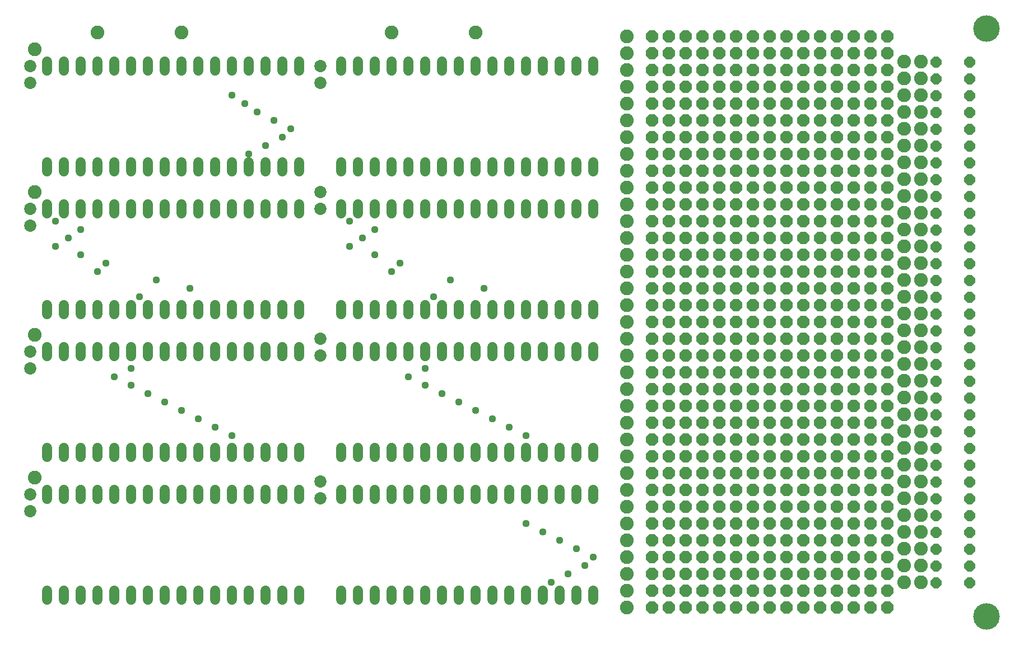
<source format=gbs>
G75*
%MOIN*%
%OFA0B0*%
%FSLAX24Y24*%
%IPPOS*%
%LPD*%
%AMOC8*
5,1,8,0,0,1.08239X$1,22.5*
%
%ADD10C,0.0600*%
%ADD11C,0.0730*%
%ADD12C,0.0820*%
%ADD13OC8,0.0640*%
%ADD14C,0.1582*%
%ADD15C,0.0437*%
%ADD16OC8,0.0730*%
D10*
X003440Y003295D02*
X003440Y003815D01*
X004440Y003815D02*
X004440Y003295D01*
X005440Y003295D02*
X005440Y003815D01*
X006440Y003815D02*
X006440Y003295D01*
X007440Y003295D02*
X007440Y003815D01*
X008440Y003815D02*
X008440Y003295D01*
X009440Y003295D02*
X009440Y003815D01*
X010440Y003815D02*
X010440Y003295D01*
X011440Y003295D02*
X011440Y003815D01*
X012440Y003815D02*
X012440Y003295D01*
X013440Y003295D02*
X013440Y003815D01*
X014440Y003815D02*
X014440Y003295D01*
X015440Y003295D02*
X015440Y003815D01*
X016440Y003815D02*
X016440Y003295D01*
X017440Y003295D02*
X017440Y003815D01*
X018440Y003815D02*
X018440Y003295D01*
X020940Y003295D02*
X020940Y003815D01*
X021940Y003815D02*
X021940Y003295D01*
X022940Y003295D02*
X022940Y003815D01*
X023940Y003815D02*
X023940Y003295D01*
X024940Y003295D02*
X024940Y003815D01*
X025940Y003815D02*
X025940Y003295D01*
X026940Y003295D02*
X026940Y003815D01*
X027940Y003815D02*
X027940Y003295D01*
X028940Y003295D02*
X028940Y003815D01*
X029940Y003815D02*
X029940Y003295D01*
X030940Y003295D02*
X030940Y003815D01*
X031940Y003815D02*
X031940Y003295D01*
X032940Y003295D02*
X032940Y003815D01*
X033940Y003815D02*
X033940Y003295D01*
X034940Y003295D02*
X034940Y003815D01*
X035940Y003815D02*
X035940Y003295D01*
X035940Y009295D02*
X035940Y009815D01*
X034940Y009815D02*
X034940Y009295D01*
X033940Y009295D02*
X033940Y009815D01*
X032940Y009815D02*
X032940Y009295D01*
X031940Y009295D02*
X031940Y009815D01*
X030940Y009815D02*
X030940Y009295D01*
X029940Y009295D02*
X029940Y009815D01*
X028940Y009815D02*
X028940Y009295D01*
X027940Y009295D02*
X027940Y009815D01*
X026940Y009815D02*
X026940Y009295D01*
X025940Y009295D02*
X025940Y009815D01*
X024940Y009815D02*
X024940Y009295D01*
X023940Y009295D02*
X023940Y009815D01*
X022940Y009815D02*
X022940Y009295D01*
X021940Y009295D02*
X021940Y009815D01*
X020940Y009815D02*
X020940Y009295D01*
X018440Y009295D02*
X018440Y009815D01*
X017440Y009815D02*
X017440Y009295D01*
X016440Y009295D02*
X016440Y009815D01*
X015440Y009815D02*
X015440Y009295D01*
X014440Y009295D02*
X014440Y009815D01*
X013440Y009815D02*
X013440Y009295D01*
X012440Y009295D02*
X012440Y009815D01*
X011440Y009815D02*
X011440Y009295D01*
X010440Y009295D02*
X010440Y009815D01*
X009440Y009815D02*
X009440Y009295D01*
X008440Y009295D02*
X008440Y009815D01*
X007440Y009815D02*
X007440Y009295D01*
X006440Y009295D02*
X006440Y009815D01*
X005440Y009815D02*
X005440Y009295D01*
X004440Y009295D02*
X004440Y009815D01*
X003440Y009815D02*
X003440Y009295D01*
X003440Y011795D02*
X003440Y012315D01*
X004440Y012315D02*
X004440Y011795D01*
X005440Y011795D02*
X005440Y012315D01*
X006440Y012315D02*
X006440Y011795D01*
X007440Y011795D02*
X007440Y012315D01*
X008440Y012315D02*
X008440Y011795D01*
X009440Y011795D02*
X009440Y012315D01*
X010440Y012315D02*
X010440Y011795D01*
X011440Y011795D02*
X011440Y012315D01*
X012440Y012315D02*
X012440Y011795D01*
X013440Y011795D02*
X013440Y012315D01*
X014440Y012315D02*
X014440Y011795D01*
X015440Y011795D02*
X015440Y012315D01*
X016440Y012315D02*
X016440Y011795D01*
X017440Y011795D02*
X017440Y012315D01*
X018440Y012315D02*
X018440Y011795D01*
X020940Y011795D02*
X020940Y012315D01*
X021940Y012315D02*
X021940Y011795D01*
X022940Y011795D02*
X022940Y012315D01*
X023940Y012315D02*
X023940Y011795D01*
X024940Y011795D02*
X024940Y012315D01*
X025940Y012315D02*
X025940Y011795D01*
X026940Y011795D02*
X026940Y012315D01*
X027940Y012315D02*
X027940Y011795D01*
X028940Y011795D02*
X028940Y012315D01*
X029940Y012315D02*
X029940Y011795D01*
X030940Y011795D02*
X030940Y012315D01*
X031940Y012315D02*
X031940Y011795D01*
X032940Y011795D02*
X032940Y012315D01*
X033940Y012315D02*
X033940Y011795D01*
X034940Y011795D02*
X034940Y012315D01*
X035940Y012315D02*
X035940Y011795D01*
X035940Y017795D02*
X035940Y018315D01*
X034940Y018315D02*
X034940Y017795D01*
X033940Y017795D02*
X033940Y018315D01*
X032940Y018315D02*
X032940Y017795D01*
X031940Y017795D02*
X031940Y018315D01*
X030940Y018315D02*
X030940Y017795D01*
X029940Y017795D02*
X029940Y018315D01*
X028940Y018315D02*
X028940Y017795D01*
X027940Y017795D02*
X027940Y018315D01*
X026940Y018315D02*
X026940Y017795D01*
X025940Y017795D02*
X025940Y018315D01*
X024940Y018315D02*
X024940Y017795D01*
X023940Y017795D02*
X023940Y018315D01*
X022940Y018315D02*
X022940Y017795D01*
X021940Y017795D02*
X021940Y018315D01*
X020940Y018315D02*
X020940Y017795D01*
X018440Y017795D02*
X018440Y018315D01*
X017440Y018315D02*
X017440Y017795D01*
X016440Y017795D02*
X016440Y018315D01*
X015440Y018315D02*
X015440Y017795D01*
X014440Y017795D02*
X014440Y018315D01*
X013440Y018315D02*
X013440Y017795D01*
X012440Y017795D02*
X012440Y018315D01*
X011440Y018315D02*
X011440Y017795D01*
X010440Y017795D02*
X010440Y018315D01*
X009440Y018315D02*
X009440Y017795D01*
X008440Y017795D02*
X008440Y018315D01*
X007440Y018315D02*
X007440Y017795D01*
X006440Y017795D02*
X006440Y018315D01*
X005440Y018315D02*
X005440Y017795D01*
X004440Y017795D02*
X004440Y018315D01*
X003440Y018315D02*
X003440Y017795D01*
X003440Y020295D02*
X003440Y020815D01*
X004440Y020815D02*
X004440Y020295D01*
X005440Y020295D02*
X005440Y020815D01*
X006440Y020815D02*
X006440Y020295D01*
X007440Y020295D02*
X007440Y020815D01*
X008440Y020815D02*
X008440Y020295D01*
X009440Y020295D02*
X009440Y020815D01*
X010440Y020815D02*
X010440Y020295D01*
X011440Y020295D02*
X011440Y020815D01*
X012440Y020815D02*
X012440Y020295D01*
X013440Y020295D02*
X013440Y020815D01*
X014440Y020815D02*
X014440Y020295D01*
X015440Y020295D02*
X015440Y020815D01*
X016440Y020815D02*
X016440Y020295D01*
X017440Y020295D02*
X017440Y020815D01*
X018440Y020815D02*
X018440Y020295D01*
X020940Y020295D02*
X020940Y020815D01*
X021940Y020815D02*
X021940Y020295D01*
X022940Y020295D02*
X022940Y020815D01*
X023940Y020815D02*
X023940Y020295D01*
X024940Y020295D02*
X024940Y020815D01*
X025940Y020815D02*
X025940Y020295D01*
X026940Y020295D02*
X026940Y020815D01*
X027940Y020815D02*
X027940Y020295D01*
X028940Y020295D02*
X028940Y020815D01*
X029940Y020815D02*
X029940Y020295D01*
X030940Y020295D02*
X030940Y020815D01*
X031940Y020815D02*
X031940Y020295D01*
X032940Y020295D02*
X032940Y020815D01*
X033940Y020815D02*
X033940Y020295D01*
X034940Y020295D02*
X034940Y020815D01*
X035940Y020815D02*
X035940Y020295D01*
X035940Y026295D02*
X035940Y026815D01*
X034940Y026815D02*
X034940Y026295D01*
X033940Y026295D02*
X033940Y026815D01*
X032940Y026815D02*
X032940Y026295D01*
X031940Y026295D02*
X031940Y026815D01*
X030940Y026815D02*
X030940Y026295D01*
X029940Y026295D02*
X029940Y026815D01*
X028940Y026815D02*
X028940Y026295D01*
X027940Y026295D02*
X027940Y026815D01*
X026940Y026815D02*
X026940Y026295D01*
X025940Y026295D02*
X025940Y026815D01*
X024940Y026815D02*
X024940Y026295D01*
X023940Y026295D02*
X023940Y026815D01*
X022940Y026815D02*
X022940Y026295D01*
X021940Y026295D02*
X021940Y026815D01*
X020940Y026815D02*
X020940Y026295D01*
X018440Y026295D02*
X018440Y026815D01*
X017440Y026815D02*
X017440Y026295D01*
X016440Y026295D02*
X016440Y026815D01*
X015440Y026815D02*
X015440Y026295D01*
X014440Y026295D02*
X014440Y026815D01*
X013440Y026815D02*
X013440Y026295D01*
X012440Y026295D02*
X012440Y026815D01*
X011440Y026815D02*
X011440Y026295D01*
X010440Y026295D02*
X010440Y026815D01*
X009440Y026815D02*
X009440Y026295D01*
X008440Y026295D02*
X008440Y026815D01*
X007440Y026815D02*
X007440Y026295D01*
X006440Y026295D02*
X006440Y026815D01*
X005440Y026815D02*
X005440Y026295D01*
X004440Y026295D02*
X004440Y026815D01*
X003440Y026815D02*
X003440Y026295D01*
X003440Y028795D02*
X003440Y029315D01*
X004440Y029315D02*
X004440Y028795D01*
X005440Y028795D02*
X005440Y029315D01*
X006440Y029315D02*
X006440Y028795D01*
X007440Y028795D02*
X007440Y029315D01*
X008440Y029315D02*
X008440Y028795D01*
X009440Y028795D02*
X009440Y029315D01*
X010440Y029315D02*
X010440Y028795D01*
X011440Y028795D02*
X011440Y029315D01*
X012440Y029315D02*
X012440Y028795D01*
X013440Y028795D02*
X013440Y029315D01*
X014440Y029315D02*
X014440Y028795D01*
X015440Y028795D02*
X015440Y029315D01*
X016440Y029315D02*
X016440Y028795D01*
X017440Y028795D02*
X017440Y029315D01*
X018440Y029315D02*
X018440Y028795D01*
X020940Y028795D02*
X020940Y029315D01*
X021940Y029315D02*
X021940Y028795D01*
X022940Y028795D02*
X022940Y029315D01*
X023940Y029315D02*
X023940Y028795D01*
X024940Y028795D02*
X024940Y029315D01*
X025940Y029315D02*
X025940Y028795D01*
X026940Y028795D02*
X026940Y029315D01*
X027940Y029315D02*
X027940Y028795D01*
X028940Y028795D02*
X028940Y029315D01*
X029940Y029315D02*
X029940Y028795D01*
X030940Y028795D02*
X030940Y029315D01*
X031940Y029315D02*
X031940Y028795D01*
X032940Y028795D02*
X032940Y029315D01*
X033940Y029315D02*
X033940Y028795D01*
X034940Y028795D02*
X034940Y029315D01*
X035940Y029315D02*
X035940Y028795D01*
X035940Y034795D02*
X035940Y035315D01*
X034940Y035315D02*
X034940Y034795D01*
X033940Y034795D02*
X033940Y035315D01*
X032940Y035315D02*
X032940Y034795D01*
X031940Y034795D02*
X031940Y035315D01*
X030940Y035315D02*
X030940Y034795D01*
X029940Y034795D02*
X029940Y035315D01*
X028940Y035315D02*
X028940Y034795D01*
X027940Y034795D02*
X027940Y035315D01*
X026940Y035315D02*
X026940Y034795D01*
X025940Y034795D02*
X025940Y035315D01*
X024940Y035315D02*
X024940Y034795D01*
X023940Y034795D02*
X023940Y035315D01*
X022940Y035315D02*
X022940Y034795D01*
X021940Y034795D02*
X021940Y035315D01*
X020940Y035315D02*
X020940Y034795D01*
X018440Y034795D02*
X018440Y035315D01*
X017440Y035315D02*
X017440Y034795D01*
X016440Y034795D02*
X016440Y035315D01*
X015440Y035315D02*
X015440Y034795D01*
X014440Y034795D02*
X014440Y035315D01*
X013440Y035315D02*
X013440Y034795D01*
X012440Y034795D02*
X012440Y035315D01*
X011440Y035315D02*
X011440Y034795D01*
X010440Y034795D02*
X010440Y035315D01*
X009440Y035315D02*
X009440Y034795D01*
X008440Y034795D02*
X008440Y035315D01*
X007440Y035315D02*
X007440Y034795D01*
X006440Y034795D02*
X006440Y035315D01*
X005440Y035315D02*
X005440Y034795D01*
X004440Y034795D02*
X004440Y035315D01*
X003440Y035315D02*
X003440Y034795D01*
D11*
X002440Y035055D03*
X002440Y034055D03*
X002440Y026555D03*
X002440Y025555D03*
X002440Y018055D03*
X002440Y017055D03*
X002440Y009555D03*
X002440Y008555D03*
X019690Y009305D03*
X019690Y010305D03*
X019690Y017805D03*
X019690Y018805D03*
X019690Y026555D03*
X019690Y027555D03*
X019690Y034055D03*
X019690Y035055D03*
D12*
X023940Y037055D03*
X028940Y037055D03*
X037940Y036805D03*
X037940Y035805D03*
X037940Y034805D03*
X037940Y033805D03*
X037940Y032805D03*
X037940Y031805D03*
X037940Y030805D03*
X037940Y029805D03*
X037940Y028805D03*
X037940Y027805D03*
X037940Y026805D03*
X037940Y025805D03*
X037940Y024805D03*
X037940Y023805D03*
X037940Y022805D03*
X037940Y021805D03*
X037940Y020805D03*
X037940Y019805D03*
X037940Y018805D03*
X037940Y017805D03*
X037940Y016805D03*
X037940Y015805D03*
X037940Y014805D03*
X037940Y013805D03*
X037940Y012805D03*
X037940Y011805D03*
X037940Y010805D03*
X037940Y009805D03*
X037940Y008805D03*
X037940Y007805D03*
X037940Y006805D03*
X037940Y005805D03*
X037940Y004805D03*
X037940Y003805D03*
X037940Y002805D03*
X054440Y004305D03*
X055440Y004305D03*
X055440Y005305D03*
X055440Y006305D03*
X054440Y006305D03*
X054440Y005305D03*
X054440Y007305D03*
X054440Y008305D03*
X055440Y008305D03*
X055440Y007305D03*
X055440Y009305D03*
X054440Y009305D03*
X054440Y010305D03*
X054440Y011305D03*
X055440Y011305D03*
X055440Y010305D03*
X055440Y012305D03*
X055440Y013305D03*
X054440Y013305D03*
X054440Y012305D03*
X054440Y014305D03*
X054440Y015305D03*
X055440Y015305D03*
X055440Y014305D03*
X055440Y016305D03*
X055440Y017305D03*
X054440Y017305D03*
X054440Y016305D03*
X054440Y018305D03*
X054440Y019305D03*
X055440Y019305D03*
X055440Y018305D03*
X055440Y020305D03*
X055440Y021305D03*
X054440Y021305D03*
X054440Y020305D03*
X054440Y022305D03*
X054440Y023305D03*
X055440Y023305D03*
X055440Y022305D03*
X055440Y024305D03*
X055440Y025305D03*
X054440Y025305D03*
X054440Y024305D03*
X054440Y026305D03*
X054440Y027305D03*
X055440Y027305D03*
X055440Y026305D03*
X055440Y028305D03*
X054440Y028305D03*
X054440Y029305D03*
X054440Y030305D03*
X055440Y030305D03*
X055440Y029305D03*
X055440Y031305D03*
X055440Y032305D03*
X054440Y032305D03*
X054440Y031305D03*
X054440Y033305D03*
X054440Y034305D03*
X055440Y034305D03*
X055440Y033305D03*
X055440Y035305D03*
X054440Y035305D03*
X011440Y037055D03*
X006440Y037055D03*
X002690Y036055D03*
X002690Y027555D03*
X002690Y019055D03*
X002690Y010555D03*
D13*
X056322Y010290D03*
X056322Y009290D03*
X056322Y008290D03*
X056322Y007290D03*
X056322Y006290D03*
X056322Y005290D03*
X056322Y004290D03*
X058322Y004290D03*
X058322Y005290D03*
X058322Y006290D03*
X058322Y007290D03*
X058322Y008290D03*
X058322Y009290D03*
X058322Y010290D03*
X058322Y011290D03*
X058322Y012290D03*
X058322Y013290D03*
X058322Y014290D03*
X058322Y015290D03*
X058322Y016290D03*
X058322Y017290D03*
X058322Y018290D03*
X058322Y019290D03*
X058322Y020290D03*
X058322Y021290D03*
X058322Y022290D03*
X058322Y023290D03*
X058322Y024290D03*
X058322Y025290D03*
X058322Y026290D03*
X058322Y027290D03*
X058322Y028290D03*
X058322Y029290D03*
X058322Y030290D03*
X058322Y031290D03*
X058322Y032290D03*
X058322Y033290D03*
X058322Y034290D03*
X058322Y035290D03*
X056322Y035290D03*
X056322Y034290D03*
X056322Y033290D03*
X056322Y032290D03*
X056322Y031290D03*
X056322Y030290D03*
X056322Y029290D03*
X056322Y028290D03*
X056322Y027290D03*
X056322Y026290D03*
X056322Y025290D03*
X056322Y024290D03*
X056322Y023290D03*
X056322Y022290D03*
X056322Y021290D03*
X056322Y020290D03*
X056322Y019290D03*
X056322Y018290D03*
X056322Y017290D03*
X056322Y016290D03*
X056322Y015290D03*
X056322Y014290D03*
X056322Y013290D03*
X056322Y012290D03*
X056322Y011290D03*
D14*
X059322Y002290D03*
X059322Y037290D03*
D15*
X029440Y021805D03*
X027440Y022305D03*
X026440Y021305D03*
X023940Y022805D03*
X024440Y023305D03*
X022940Y023805D03*
X022190Y024805D03*
X021440Y024305D03*
X022940Y025305D03*
X021440Y025805D03*
X015440Y029805D03*
X016440Y030305D03*
X017440Y030805D03*
X017940Y031305D03*
X016940Y031805D03*
X015940Y032305D03*
X015190Y032805D03*
X014440Y033305D03*
X003940Y025805D03*
X005440Y025305D03*
X004690Y024805D03*
X003940Y024305D03*
X005440Y023805D03*
X006940Y023305D03*
X006440Y022805D03*
X008940Y021305D03*
X009940Y022305D03*
X011940Y021805D03*
X008440Y017055D03*
X007440Y016555D03*
X008440Y016055D03*
X009440Y015555D03*
X010440Y015055D03*
X011440Y014555D03*
X012440Y014055D03*
X013440Y013555D03*
X014440Y013055D03*
X024940Y016555D03*
X025940Y016055D03*
X026940Y015555D03*
X027940Y015055D03*
X028940Y014555D03*
X029940Y014055D03*
X030940Y013555D03*
X031940Y013055D03*
X025940Y017055D03*
X031940Y007805D03*
X032940Y007305D03*
X033940Y006805D03*
X034940Y006305D03*
X035940Y005805D03*
X035440Y005305D03*
X034440Y004805D03*
X033440Y004305D03*
D16*
X039440Y004805D03*
X040440Y004805D03*
X040440Y005805D03*
X039440Y005805D03*
X039440Y006805D03*
X040440Y006805D03*
X040440Y007805D03*
X039440Y007805D03*
X039440Y008805D03*
X040440Y008805D03*
X040440Y009805D03*
X039440Y009805D03*
X039440Y010805D03*
X040440Y010805D03*
X040440Y011805D03*
X039440Y011805D03*
X039440Y012805D03*
X040440Y012805D03*
X040440Y013805D03*
X039440Y013805D03*
X039440Y014805D03*
X040440Y014805D03*
X040440Y015805D03*
X039440Y015805D03*
X039440Y016805D03*
X040440Y016805D03*
X040440Y017805D03*
X039440Y017805D03*
X039440Y018805D03*
X040440Y018805D03*
X041440Y018805D03*
X042440Y018805D03*
X043440Y018805D03*
X044440Y018805D03*
X045440Y018805D03*
X046440Y018805D03*
X047440Y018805D03*
X048440Y018805D03*
X049440Y018805D03*
X050440Y018805D03*
X051440Y018805D03*
X052440Y018805D03*
X053440Y018805D03*
X053440Y019805D03*
X053440Y020805D03*
X052440Y020805D03*
X051440Y020805D03*
X050440Y020805D03*
X049440Y020805D03*
X048440Y020805D03*
X047440Y020805D03*
X046440Y020805D03*
X045440Y020805D03*
X044440Y020805D03*
X043440Y020805D03*
X042440Y020805D03*
X041440Y020805D03*
X040440Y020805D03*
X039440Y020805D03*
X039440Y019805D03*
X040440Y019805D03*
X041440Y019805D03*
X042440Y019805D03*
X043440Y019805D03*
X044440Y019805D03*
X045440Y019805D03*
X046440Y019805D03*
X047440Y019805D03*
X048440Y019805D03*
X049440Y019805D03*
X050440Y019805D03*
X051440Y019805D03*
X052440Y019805D03*
X052440Y021805D03*
X051440Y021805D03*
X051440Y022805D03*
X052440Y022805D03*
X053440Y022805D03*
X053440Y021805D03*
X053440Y023805D03*
X053440Y024805D03*
X052440Y024805D03*
X051440Y024805D03*
X050440Y024805D03*
X049440Y024805D03*
X048440Y024805D03*
X047440Y024805D03*
X046440Y024805D03*
X045440Y024805D03*
X044440Y024805D03*
X043440Y024805D03*
X042440Y024805D03*
X041440Y024805D03*
X040440Y024805D03*
X039440Y024805D03*
X039440Y023805D03*
X040440Y023805D03*
X041440Y023805D03*
X042440Y023805D03*
X043440Y023805D03*
X044440Y023805D03*
X045440Y023805D03*
X046440Y023805D03*
X047440Y023805D03*
X048440Y023805D03*
X049440Y023805D03*
X050440Y023805D03*
X051440Y023805D03*
X052440Y023805D03*
X050440Y022805D03*
X049440Y022805D03*
X048440Y022805D03*
X047440Y022805D03*
X046440Y022805D03*
X045440Y022805D03*
X044440Y022805D03*
X043440Y022805D03*
X042440Y022805D03*
X041440Y022805D03*
X040440Y022805D03*
X039440Y022805D03*
X039440Y021805D03*
X040440Y021805D03*
X041440Y021805D03*
X042440Y021805D03*
X043440Y021805D03*
X044440Y021805D03*
X045440Y021805D03*
X046440Y021805D03*
X047440Y021805D03*
X048440Y021805D03*
X049440Y021805D03*
X050440Y021805D03*
X050440Y025805D03*
X050440Y026805D03*
X049440Y026805D03*
X048440Y026805D03*
X047440Y026805D03*
X046440Y026805D03*
X045440Y026805D03*
X044440Y026805D03*
X043440Y026805D03*
X042440Y026805D03*
X041440Y026805D03*
X040440Y026805D03*
X039440Y026805D03*
X039440Y025805D03*
X040440Y025805D03*
X041440Y025805D03*
X042440Y025805D03*
X043440Y025805D03*
X044440Y025805D03*
X045440Y025805D03*
X046440Y025805D03*
X047440Y025805D03*
X048440Y025805D03*
X049440Y025805D03*
X051440Y025805D03*
X052440Y025805D03*
X052440Y026805D03*
X051440Y026805D03*
X051440Y027805D03*
X052440Y027805D03*
X052440Y028805D03*
X051440Y028805D03*
X050440Y028805D03*
X049440Y028805D03*
X048440Y028805D03*
X047440Y028805D03*
X046440Y028805D03*
X045440Y028805D03*
X044440Y028805D03*
X043440Y028805D03*
X042440Y028805D03*
X041440Y028805D03*
X040440Y028805D03*
X039440Y028805D03*
X039440Y027805D03*
X040440Y027805D03*
X041440Y027805D03*
X042440Y027805D03*
X043440Y027805D03*
X044440Y027805D03*
X045440Y027805D03*
X046440Y027805D03*
X047440Y027805D03*
X048440Y027805D03*
X049440Y027805D03*
X050440Y027805D03*
X050440Y029805D03*
X050440Y030805D03*
X049440Y030805D03*
X048440Y030805D03*
X047440Y030805D03*
X046440Y030805D03*
X045440Y030805D03*
X044440Y030805D03*
X043440Y030805D03*
X042440Y030805D03*
X041440Y030805D03*
X040440Y030805D03*
X039440Y030805D03*
X039440Y029805D03*
X040440Y029805D03*
X041440Y029805D03*
X042440Y029805D03*
X043440Y029805D03*
X044440Y029805D03*
X045440Y029805D03*
X046440Y029805D03*
X047440Y029805D03*
X048440Y029805D03*
X049440Y029805D03*
X051440Y029805D03*
X052440Y029805D03*
X052440Y030805D03*
X051440Y030805D03*
X051440Y031805D03*
X052440Y031805D03*
X052440Y032805D03*
X051440Y032805D03*
X050440Y032805D03*
X049440Y032805D03*
X048440Y032805D03*
X047440Y032805D03*
X046440Y032805D03*
X045440Y032805D03*
X044440Y032805D03*
X043440Y032805D03*
X042440Y032805D03*
X041440Y032805D03*
X040440Y032805D03*
X039440Y032805D03*
X039440Y031805D03*
X040440Y031805D03*
X041440Y031805D03*
X042440Y031805D03*
X043440Y031805D03*
X044440Y031805D03*
X045440Y031805D03*
X046440Y031805D03*
X047440Y031805D03*
X048440Y031805D03*
X049440Y031805D03*
X050440Y031805D03*
X050440Y033805D03*
X050440Y034805D03*
X049440Y034805D03*
X048440Y034805D03*
X047440Y034805D03*
X046440Y034805D03*
X045440Y034805D03*
X044440Y034805D03*
X043440Y034805D03*
X042440Y034805D03*
X041440Y034805D03*
X040440Y034805D03*
X039440Y034805D03*
X039440Y033805D03*
X040440Y033805D03*
X041440Y033805D03*
X042440Y033805D03*
X043440Y033805D03*
X044440Y033805D03*
X045440Y033805D03*
X046440Y033805D03*
X047440Y033805D03*
X048440Y033805D03*
X049440Y033805D03*
X051440Y033805D03*
X052440Y033805D03*
X052440Y034805D03*
X051440Y034805D03*
X051440Y035805D03*
X052440Y035805D03*
X052440Y036805D03*
X051440Y036805D03*
X050440Y036805D03*
X049440Y036805D03*
X048440Y036805D03*
X047440Y036805D03*
X046440Y036805D03*
X045440Y036805D03*
X044440Y036805D03*
X043440Y036805D03*
X042440Y036805D03*
X041440Y036805D03*
X040440Y036805D03*
X039440Y036805D03*
X039440Y035805D03*
X040440Y035805D03*
X041440Y035805D03*
X042440Y035805D03*
X043440Y035805D03*
X044440Y035805D03*
X045440Y035805D03*
X046440Y035805D03*
X047440Y035805D03*
X048440Y035805D03*
X049440Y035805D03*
X050440Y035805D03*
X053440Y035805D03*
X053440Y036805D03*
X053440Y034805D03*
X053440Y033805D03*
X053440Y032805D03*
X053440Y031805D03*
X053440Y030805D03*
X053440Y029805D03*
X053440Y028805D03*
X053440Y027805D03*
X053440Y026805D03*
X053440Y025805D03*
X053440Y017805D03*
X052440Y017805D03*
X051440Y017805D03*
X050440Y017805D03*
X049440Y017805D03*
X048440Y017805D03*
X047440Y017805D03*
X046440Y017805D03*
X045440Y017805D03*
X044440Y017805D03*
X043440Y017805D03*
X042440Y017805D03*
X041440Y017805D03*
X041440Y016805D03*
X042440Y016805D03*
X043440Y016805D03*
X044440Y016805D03*
X045440Y016805D03*
X046440Y016805D03*
X047440Y016805D03*
X048440Y016805D03*
X049440Y016805D03*
X050440Y016805D03*
X051440Y016805D03*
X052440Y016805D03*
X053440Y016805D03*
X053440Y015805D03*
X052440Y015805D03*
X051440Y015805D03*
X050440Y015805D03*
X049440Y015805D03*
X048440Y015805D03*
X047440Y015805D03*
X046440Y015805D03*
X045440Y015805D03*
X044440Y015805D03*
X043440Y015805D03*
X042440Y015805D03*
X041440Y015805D03*
X041440Y014805D03*
X042440Y014805D03*
X043440Y014805D03*
X044440Y014805D03*
X045440Y014805D03*
X046440Y014805D03*
X047440Y014805D03*
X048440Y014805D03*
X049440Y014805D03*
X050440Y014805D03*
X051440Y014805D03*
X052440Y014805D03*
X053440Y014805D03*
X053440Y013805D03*
X052440Y013805D03*
X051440Y013805D03*
X050440Y013805D03*
X049440Y013805D03*
X048440Y013805D03*
X047440Y013805D03*
X046440Y013805D03*
X045440Y013805D03*
X044440Y013805D03*
X043440Y013805D03*
X042440Y013805D03*
X041440Y013805D03*
X041440Y012805D03*
X042440Y012805D03*
X043440Y012805D03*
X044440Y012805D03*
X045440Y012805D03*
X046440Y012805D03*
X047440Y012805D03*
X048440Y012805D03*
X049440Y012805D03*
X050440Y012805D03*
X051440Y012805D03*
X052440Y012805D03*
X053440Y012805D03*
X053440Y011805D03*
X052440Y011805D03*
X051440Y011805D03*
X050440Y011805D03*
X049440Y011805D03*
X048440Y011805D03*
X047440Y011805D03*
X046440Y011805D03*
X045440Y011805D03*
X044440Y011805D03*
X043440Y011805D03*
X042440Y011805D03*
X041440Y011805D03*
X041440Y010805D03*
X042440Y010805D03*
X043440Y010805D03*
X044440Y010805D03*
X045440Y010805D03*
X046440Y010805D03*
X047440Y010805D03*
X048440Y010805D03*
X049440Y010805D03*
X050440Y010805D03*
X051440Y010805D03*
X052440Y010805D03*
X053440Y010805D03*
X053440Y009805D03*
X052440Y009805D03*
X051440Y009805D03*
X050440Y009805D03*
X049440Y009805D03*
X048440Y009805D03*
X047440Y009805D03*
X046440Y009805D03*
X045440Y009805D03*
X044440Y009805D03*
X043440Y009805D03*
X042440Y009805D03*
X041440Y009805D03*
X041440Y008805D03*
X042440Y008805D03*
X043440Y008805D03*
X044440Y008805D03*
X045440Y008805D03*
X046440Y008805D03*
X047440Y008805D03*
X048440Y008805D03*
X049440Y008805D03*
X050440Y008805D03*
X051440Y008805D03*
X052440Y008805D03*
X053440Y008805D03*
X053440Y007805D03*
X052440Y007805D03*
X051440Y007805D03*
X050440Y007805D03*
X049440Y007805D03*
X048440Y007805D03*
X047440Y007805D03*
X046440Y007805D03*
X045440Y007805D03*
X044440Y007805D03*
X043440Y007805D03*
X042440Y007805D03*
X041440Y007805D03*
X041440Y006805D03*
X042440Y006805D03*
X043440Y006805D03*
X044440Y006805D03*
X045440Y006805D03*
X046440Y006805D03*
X047440Y006805D03*
X048440Y006805D03*
X049440Y006805D03*
X050440Y006805D03*
X051440Y006805D03*
X052440Y006805D03*
X053440Y006805D03*
X053440Y005805D03*
X052440Y005805D03*
X051440Y005805D03*
X050440Y005805D03*
X049440Y005805D03*
X048440Y005805D03*
X047440Y005805D03*
X046440Y005805D03*
X045440Y005805D03*
X044440Y005805D03*
X043440Y005805D03*
X042440Y005805D03*
X041440Y005805D03*
X041440Y004805D03*
X042440Y004805D03*
X043440Y004805D03*
X044440Y004805D03*
X045440Y004805D03*
X046440Y004805D03*
X047440Y004805D03*
X048440Y004805D03*
X049440Y004805D03*
X050440Y004805D03*
X051440Y004805D03*
X052440Y004805D03*
X053440Y004805D03*
X053440Y003805D03*
X052440Y003805D03*
X051440Y003805D03*
X050440Y003805D03*
X049440Y003805D03*
X048440Y003805D03*
X047440Y003805D03*
X046440Y003805D03*
X045440Y003805D03*
X044440Y003805D03*
X043440Y003805D03*
X042440Y003805D03*
X041440Y003805D03*
X040440Y003805D03*
X039440Y003805D03*
X039440Y002805D03*
X040440Y002805D03*
X041440Y002805D03*
X042440Y002805D03*
X043440Y002805D03*
X044440Y002805D03*
X045440Y002805D03*
X046440Y002805D03*
X047440Y002805D03*
X048440Y002805D03*
X049440Y002805D03*
X050440Y002805D03*
X051440Y002805D03*
X052440Y002805D03*
X053440Y002805D03*
M02*

</source>
